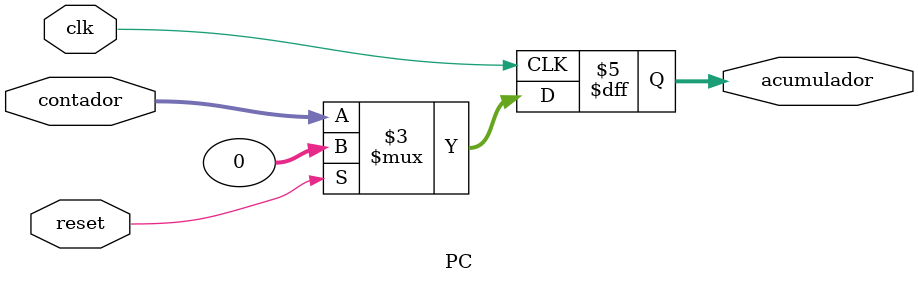
<source format=v>
`timescale 1ns/1ns

module PC (
	input [31:0]contador,
	input clk,
	input reset,
	output reg [31:0]acumulador
);

always @(posedge clk) begin
	if(reset)begin
		acumulador <= 32'd0;
	end
	else begin
		acumulador <=  contador;
	end
end

endmodule

</source>
